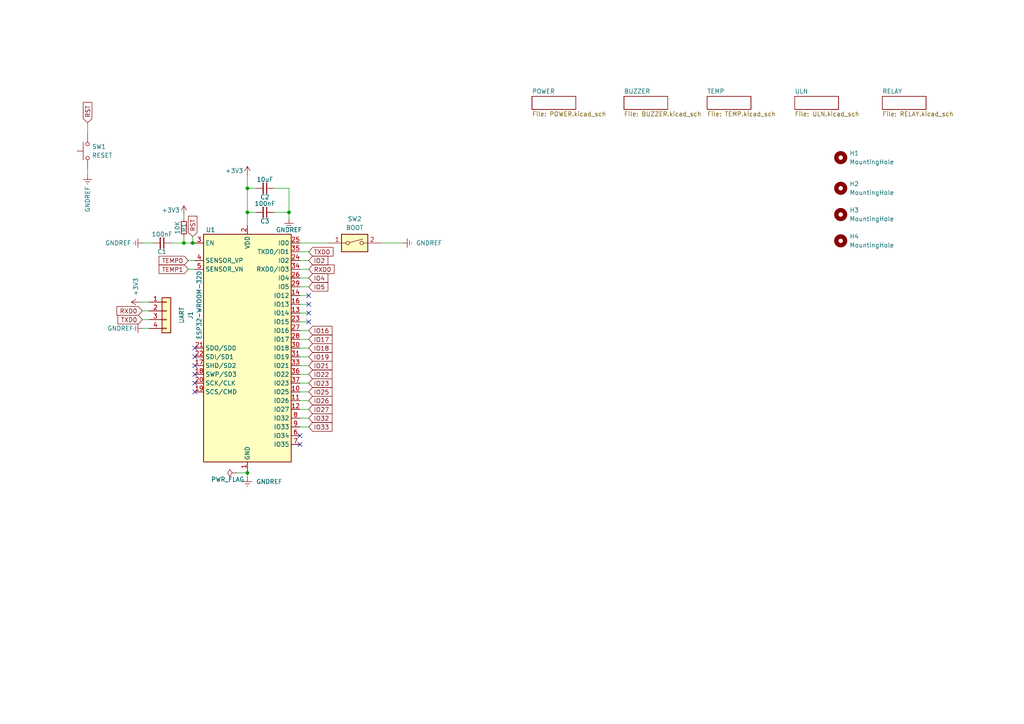
<source format=kicad_sch>
(kicad_sch (version 20230121) (generator eeschema)
  (paper "A4")
  (lib_symbols
    (symbol "Connector_Generic:Conn_01x04" (pin_names (offset 1.016) hide)
      (property "Reference" "J" (at 0 5.08 0))
      (property "Value" "Conn_01x04" (at 0 -7.62 0))
      (symbol "Conn_01x04_1_1"
        (rectangle (start -1.27 -4.953) (end 0 -5.207) (stroke (width 0.1524)))
        (rectangle (start -1.27 -2.413) (end 0 -2.667) (stroke (width 0.1524)))
        (rectangle (start -1.27 0.127) (end 0 -0.127) (stroke (width 0.1524)))
        (rectangle (start -1.27 2.667) (end 0 2.413) (stroke (width 0.1524)))
        (rectangle (start -1.27 3.81) (end 1.27 -6.35) (stroke (width 0.254)) (fill (type background)))
        (pin passive line (at -5.08 2.54 0) (length 3.81) (name "Pin_1") (number "1"))
        (pin passive line (at -5.08 0 0) (length 3.81) (name "Pin_2") (number "2"))
        (pin passive line (at -5.08 -2.54 0) (length 3.81) (name "Pin_3") (number "3"))
        (pin passive line (at -5.08 -5.08 0) (length 3.81) (name "Pin_4") (number "4"))
      )
    )
    (symbol "Device:C_Small" (pin_numbers hide) (pin_names (offset 0.254) hide)
      (property "Reference" "C" (at 0.254 1.778 0))
      (property "Value" "C_Small" (at 0.254 -2.032 0))
      (symbol "C_Small_0_1"
        (polyline (pts (xy -1.524 -0.508) (xy 1.524 -0.508)) (stroke (width 0.3302)))
        (polyline (pts (xy -1.524 0.508) (xy 1.524 0.508)) (stroke (width 0.3048)))
      )
      (symbol "C_Small_1_1"
        (pin passive line (at 0 2.54 270) (length 2.032) (name "~") (number "1"))
        (pin passive line (at 0 -2.54 90) (length 2.032) (name "~") (number "2"))
      )
    )
    (symbol "Device:R_Small" (pin_numbers hide) (pin_names (offset 0.254) hide)
      (property "Reference" "R" (at 0.762 0.508 0))
      (property "Value" "R_Small" (at 0.762 -1.016 0))
      (symbol "R_Small_0_1"
        (rectangle (start -0.762 1.778) (end 0.762 -1.778) (stroke (width 0.2032)))
      )
      (symbol "R_Small_1_1"
        (pin passive line (at 0 2.54 270) (length 0.762) (name "~") (number "1"))
        (pin passive line (at 0 -2.54 90) (length 0.762) (name "~") (number "2"))
      )
    )
    (symbol "Mechanical:MountingHole" (pin_names (offset 1.016))
      (property "Reference" "H" (at 0 5.08 0))
      (property "Value" "MountingHole" (at 0 3.175 0))
      (symbol "MountingHole_0_1"
        (circle (center 0 0) (radius 1.27) (stroke (width 1.27)))
      )
    )
    (symbol "RF_Module:ESP32-WROOM-32D"
      (property "Reference" "U" (at -12.7 34.29 0))
      (property "Value" "ESP32-WROOM-32D" (at 1.27 34.29 0))
      (symbol "ESP32-WROOM-32D_0_1"
        (rectangle (start -12.7 33.02) (end 12.7 -33.02) (stroke (width 0.254)) (fill (type background)))
      )
      (symbol "ESP32-WROOM-32D_1_1"
        (pin power_in line (at 0 -35.56 90) (length 2.54) (name "GND") (number "1"))
        (pin bidirectional line (at 15.24 -12.7 180) (length 2.54) (name "IO25") (number "10"))
        (pin bidirectional line (at 15.24 -15.24 180) (length 2.54) (name "IO26") (number "11"))
        (pin bidirectional line (at 15.24 -17.78 180) (length 2.54) (name "IO27") (number "12"))
        (pin bidirectional line (at 15.24 10.16 180) (length 2.54) (name "IO14") (number "13"))
        (pin bidirectional line (at 15.24 15.24 180) (length 2.54) (name "IO12") (number "14"))
        (pin passive line (at 0 -35.56 90) (length 2.54) hide (name "GND") (number "15"))
        (pin bidirectional line (at 15.24 12.7 180) (length 2.54) (name "IO13") (number "16"))
        (pin bidirectional line (at -15.24 -5.08 0) (length 2.54) (name "SHD/SD2") (number "17"))
        (pin bidirectional line (at -15.24 -7.62 0) (length 2.54) (name "SWP/SD3") (number "18"))
        (pin bidirectional line (at -15.24 -12.7 0) (length 2.54) (name "SCS/CMD") (number "19"))
        (pin power_in line (at 0 35.56 270) (length 2.54) (name "VDD") (number "2"))
        (pin bidirectional line (at -15.24 -10.16 0) (length 2.54) (name "SCK/CLK") (number "20"))
        (pin bidirectional line (at -15.24 0 0) (length 2.54) (name "SDO/SD0") (number "21"))
        (pin bidirectional line (at -15.24 -2.54 0) (length 2.54) (name "SDI/SD1") (number "22"))
        (pin bidirectional line (at 15.24 7.62 180) (length 2.54) (name "IO15") (number "23"))
        (pin bidirectional line (at 15.24 25.4 180) (length 2.54) (name "IO2") (number "24"))
        (pin bidirectional line (at 15.24 30.48 180) (length 2.54) (name "IO0") (number "25"))
        (pin bidirectional line (at 15.24 20.32 180) (length 2.54) (name "IO4") (number "26"))
        (pin bidirectional line (at 15.24 5.08 180) (length 2.54) (name "IO16") (number "27"))
        (pin bidirectional line (at 15.24 2.54 180) (length 2.54) (name "IO17") (number "28"))
        (pin bidirectional line (at 15.24 17.78 180) (length 2.54) (name "IO5") (number "29"))
        (pin input line (at -15.24 30.48 0) (length 2.54) (name "EN") (number "3"))
        (pin bidirectional line (at 15.24 0 180) (length 2.54) (name "IO18") (number "30"))
        (pin bidirectional line (at 15.24 -2.54 180) (length 2.54) (name "IO19") (number "31"))
        (pin no_connect line (at -12.7 -27.94 0) (length 2.54) hide (name "NC") (number "32"))
        (pin bidirectional line (at 15.24 -5.08 180) (length 2.54) (name "IO21") (number "33"))
        (pin bidirectional line (at 15.24 22.86 180) (length 2.54) (name "RXD0/IO3") (number "34"))
        (pin bidirectional line (at 15.24 27.94 180) (length 2.54) (name "TXD0/IO1") (number "35"))
        (pin bidirectional line (at 15.24 -7.62 180) (length 2.54) (name "IO22") (number "36"))
        (pin bidirectional line (at 15.24 -10.16 180) (length 2.54) (name "IO23") (number "37"))
        (pin passive line (at 0 -35.56 90) (length 2.54) hide (name "GND") (number "38"))
        (pin passive line (at 0 -35.56 90) (length 2.54) hide (name "GND") (number "39"))
        (pin input line (at -15.24 25.4 0) (length 2.54) (name "SENSOR_VP") (number "4"))
        (pin input line (at -15.24 22.86 0) (length 2.54) (name "SENSOR_VN") (number "5"))
        (pin input line (at 15.24 -25.4 180) (length 2.54) (name "IO34") (number "6"))
        (pin input line (at 15.24 -27.94 180) (length 2.54) (name "IO35") (number "7"))
        (pin bidirectional line (at 15.24 -20.32 180) (length 2.54) (name "IO32") (number "8"))
        (pin bidirectional line (at 15.24 -22.86 180) (length 2.54) (name "IO33") (number "9"))
      )
    )
    (symbol "Switch:SW_DIP_x01" (pin_names (offset 0) hide)
      (property "Reference" "SW" (at 0 3.81 0))
      (property "Value" "SW_DIP_x01" (at 0 -3.81 0))
      (symbol "SW_DIP_x01_0_0"
        (circle (center -2.032 0) (radius 0.508))
        (polyline (pts (xy -1.524 0.127) (xy 2.3622 1.1684)))
        (circle (center 2.032 0) (radius 0.508))
      )
      (symbol "SW_DIP_x01_0_1"
        (rectangle (start -3.81 2.54) (end 3.81 -2.54) (stroke (width 0.254)) (fill (type background)))
      )
      (symbol "SW_DIP_x01_1_1"
        (pin passive line (at -7.62 0 0) (length 5.08) (name "~") (number "1"))
        (pin passive line (at 7.62 0 180) (length 5.08) (name "~") (number "2"))
      )
    )
    (symbol "Switch:SW_Push" (pin_numbers hide) (pin_names (offset 1.016) hide)
      (property "Reference" "SW" (at 1.27 2.54 0))
      (property "Value" "SW_Push" (at 0 -1.524 0))
      (symbol "SW_Push_0_1"
        (circle (center -2.032 0) (radius 0.508))
        (polyline (pts (xy 0 1.27) (xy 0 3.048)))
        (polyline (pts (xy 2.54 1.27) (xy -2.54 1.27)))
        (circle (center 2.032 0) (radius 0.508))
        (pin passive line (at -5.08 0 0) (length 2.54) (name "1") (number "1"))
        (pin passive line (at 5.08 0 180) (length 2.54) (name "2") (number "2"))
      )
    )
    (symbol "power:+3.3V" (power) (pin_names (offset 0))
      (property "Value" "+3.3V" (at 0 3.556 0))
      (symbol "+3.3V_0_1"
        (polyline (pts (xy -0.762 1.27) (xy 0 2.54)))
        (polyline (pts (xy 0 0) (xy 0 2.54)))
        (polyline (pts (xy 0 2.54) (xy 0.762 1.27)))
      )
      (symbol "+3.3V_1_1"
        (pin power_in line (at 0 0 90) (length 0) hide (name "+3V3") (number "1"))
      )
    )
    (symbol "power:GNDREF" (power) (pin_names (offset 0))
      (property "Value" "GNDREF" (at 0 -3.81 0))
      (symbol "GNDREF_0_1"
        (polyline (pts (xy -0.635 -1.905) (xy 0.635 -1.905)))
        (polyline (pts (xy -0.127 -2.54) (xy 0.127 -2.54)))
        (polyline (pts (xy 0 -1.27) (xy 0 0)))
        (polyline (pts (xy 1.27 -1.27) (xy -1.27 -1.27)))
      )
      (symbol "GNDREF_1_1"
        (pin power_in line (at 0 0 270) (length 0) hide (name "GNDREF") (number "1"))
      )
    )
    (symbol "power:PWR_FLAG" (power) (pin_numbers hide) (pin_names (offset 0) hide)
      (property "Value" "PWR_FLAG" (at 0 3.81 0))
      (symbol "PWR_FLAG_0_0"
        (pin power_out line (at 0 0 90) (length 0) (name "pwr") (number "1"))
      )
      (symbol "PWR_FLAG_0_1"
        (polyline (pts (xy 0 0) (xy 0 1.27) (xy -1.016 1.905) (xy 0 2.54) (xy 1.016 1.905) (xy 0 1.27)))
      )
    )
  )
  (junction (at 71.755 137.16))
  (junction (at 83.82 61.595))
  (junction (at 53.34 70.485))
  (junction (at 55.88 70.485))
  (junction (at 71.755 54.61))
  (junction (at 71.755 61.595))
  (no_connect (at 56.515 111.125))
  (no_connect (at 56.515 113.665))
  (no_connect (at 86.995 128.905))
  (no_connect (at 89.535 88.265))
  (no_connect (at 56.515 103.505))
  (no_connect (at 86.995 126.365))
  (no_connect (at 56.515 108.585))
  (no_connect (at 89.535 93.345))
  (no_connect (at 56.515 100.965))
  (no_connect (at 56.515 106.045))
  (no_connect (at 89.535 90.805))
  (no_connect (at 89.535 85.725))
  (wire (pts (xy 43.18 90.17) (xy 41.275 90.17)))
  (wire (pts (xy 86.995 108.585) (xy 89.535 108.585)))
  (wire (pts (xy 86.995 95.885) (xy 89.535 95.885)))
  (wire (pts (xy 25.4 35.56) (xy 25.4 38.735)))
  (wire (pts (xy 86.995 73.025) (xy 89.535 73.025)))
  (wire (pts (xy 86.995 116.205) (xy 89.535 116.205)))
  (wire (pts (xy 86.995 80.645) (xy 89.535 80.645)))
  (wire (pts (xy 86.995 123.825) (xy 89.535 123.825)))
  (wire (pts (xy 55.88 68.58) (xy 55.88 70.485)))
  (wire (pts (xy 71.755 54.61) (xy 71.755 61.595)))
  (wire (pts (xy 71.755 137.16) (xy 71.755 138.43)))
  (wire (pts (xy 49.53 70.485) (xy 53.34 70.485)))
  (wire (pts (xy 79.375 54.61) (xy 83.82 54.61)))
  (wire (pts (xy 54.61 75.565) (xy 56.515 75.565)))
  (wire (pts (xy 86.995 103.505) (xy 89.535 103.505)))
  (wire (pts (xy 43.18 92.71) (xy 41.275 92.71)))
  (wire (pts (xy 71.755 54.61) (xy 74.295 54.61)))
  (wire (pts (xy 83.82 61.595) (xy 83.82 63.5)))
  (wire (pts (xy 86.995 78.105) (xy 89.535 78.105)))
  (wire (pts (xy 71.755 61.595) (xy 71.755 65.405)))
  (wire (pts (xy 86.995 75.565) (xy 89.535 75.565)))
  (wire (pts (xy 110.49 70.485) (xy 116.84 70.485)))
  (wire (pts (xy 86.995 118.745) (xy 89.535 118.745)))
  (wire (pts (xy 56.515 70.485) (xy 55.88 70.485)))
  (wire (pts (xy 83.82 54.61) (xy 83.82 61.595)))
  (wire (pts (xy 86.995 90.805) (xy 89.535 90.805)))
  (wire (pts (xy 71.755 136.525) (xy 71.755 137.16)))
  (wire (pts (xy 43.18 95.25) (xy 41.275 95.25)))
  (wire (pts (xy 86.995 113.665) (xy 89.535 113.665)))
  (wire (pts (xy 43.18 87.63) (xy 40.64 87.63)))
  (wire (pts (xy 86.995 121.285) (xy 89.535 121.285)))
  (wire (pts (xy 86.995 93.345) (xy 89.535 93.345)))
  (wire (pts (xy 86.995 106.045) (xy 89.535 106.045)))
  (wire (pts (xy 71.755 50.8) (xy 71.755 54.61)))
  (wire (pts (xy 68.58 137.16) (xy 71.755 137.16)))
  (wire (pts (xy 71.755 61.595) (xy 74.295 61.595)))
  (wire (pts (xy 86.995 88.265) (xy 89.535 88.265)))
  (wire (pts (xy 41.275 70.485) (xy 44.45 70.485)))
  (wire (pts (xy 54.61 78.105) (xy 56.515 78.105)))
  (wire (pts (xy 83.82 61.595) (xy 79.375 61.595)))
  (wire (pts (xy 86.995 70.485) (xy 95.25 70.485)))
  (wire (pts (xy 53.34 62.23) (xy 53.34 63.5)))
  (wire (pts (xy 25.4 48.895) (xy 25.4 50.8)))
  (wire (pts (xy 53.34 68.58) (xy 53.34 70.485)))
  (wire (pts (xy 86.995 100.965) (xy 89.535 100.965)))
  (wire (pts (xy 86.995 85.725) (xy 89.535 85.725)))
  (wire (pts (xy 86.995 111.125) (xy 89.535 111.125)))
  (wire (pts (xy 86.995 83.185) (xy 89.535 83.185)))
  (wire (pts (xy 86.995 98.425) (xy 89.535 98.425)))
  (wire (pts (xy 55.88 70.485) (xy 53.34 70.485)))
  (global_label "RST" (shape input) (at 55.88 68.58 90) (property "Intersheetrefs" "${INTERSHEET_REFS}" (effects hide)))
  (global_label "TEMP0" (shape input) (at 54.61 75.565 180) (property "Intersheetrefs" "${INTERSHEET_REFS}" (effects hide)))
  (global_label "IO32" (shape input) (at 89.535 121.285 0) (property "Intersheetrefs" "${INTERSHEET_REFS}" (effects hide)))
  (global_label "IO25" (shape input) (at 89.535 113.665 0) (property "Intersheetrefs" "${INTERSHEET_REFS}" (effects hide)))
  (global_label "RST" (shape input) (at 25.4 35.56 90) (property "Intersheetrefs" "${INTERSHEET_REFS}" (effects hide)))
  (global_label "IO18" (shape input) (at 89.535 100.965 0) (property "Intersheetrefs" "${INTERSHEET_REFS}" (effects hide)))
  (global_label "TEMP1" (shape input) (at 54.61 78.105 180) (property "Intersheetrefs" "${INTERSHEET_REFS}" (effects hide)))
  (global_label "IO33" (shape input) (at 89.535 123.825 0) (property "Intersheetrefs" "${INTERSHEET_REFS}" (effects hide)))
  (global_label "TXD0" (shape input) (at 41.275 92.71 180) (property "Intersheetrefs" "${INTERSHEET_REFS}" (effects hide)))
  (global_label "IO26" (shape input) (at 89.535 116.205 0) (property "Intersheetrefs" "${INTERSHEET_REFS}" (effects hide)))
  (global_label "IO21" (shape input) (at 89.535 106.045 0) (property "Intersheetrefs" "${INTERSHEET_REFS}" (effects hide)))
  (global_label "TXD0" (shape input) (at 89.535 73.025 0) (property "Intersheetrefs" "${INTERSHEET_REFS}" (effects hide)))
  (global_label "RXD0" (shape input) (at 89.535 78.105 0) (property "Intersheetrefs" "${INTERSHEET_REFS}" (effects hide)))
  (global_label "IO16" (shape input) (at 89.535 95.885 0) (property "Intersheetrefs" "${INTERSHEET_REFS}" (effects hide)))
  (global_label "IO5" (shape input) (at 89.535 83.185 0) (property "Intersheetrefs" "${INTERSHEET_REFS}" (effects hide)))
  (global_label "IO27" (shape input) (at 89.535 118.745 0) (property "Intersheetrefs" "${INTERSHEET_REFS}" (effects hide)))
  (global_label "IO2" (shape input) (at 89.535 75.565 0) (property "Intersheetrefs" "${INTERSHEET_REFS}" (effects hide)))
  (global_label "RXD0" (shape input) (at 41.275 90.17 180) (property "Intersheetrefs" "${INTERSHEET_REFS}" (effects hide)))
  (global_label "IO22" (shape input) (at 89.535 108.585 0) (property "Intersheetrefs" "${INTERSHEET_REFS}" (effects hide)))
  (global_label "IO23" (shape input) (at 89.535 111.125 0) (property "Intersheetrefs" "${INTERSHEET_REFS}" (effects hide)))
  (global_label "IO4" (shape input) (at 89.535 80.645 0) (property "Intersheetrefs" "${INTERSHEET_REFS}" (effects hide)))
  (global_label "IO19" (shape input) (at 89.535 103.505 0) (property "Intersheetrefs" "${INTERSHEET_REFS}" (effects hide)))
  (global_label "IO17" (shape input) (at 89.535 98.425 0) (property "Intersheetrefs" "${INTERSHEET_REFS}" (effects hide)))
  (symbol (lib_id "RF_Module:ESP32-WROOM-32D") (at 71.755 100.965 0) (unit 1)
    (property "Reference" "U1" (at 59.69 66.675 0) (effects (justify left)))
    (property "Value" "ESP32-WROOM-32D" (at 57.785 98.425 90) (effects (justify left)))
    (property "Footprint" "RF_Module:ESP32-WROOM-32" (effects hide))
    (property "Datasheet" "https://www.espressif.com/sites/default/files/documentation/esp32-wroom-32d_esp32-wroom-32u_datasheet_en.pdf" (effects hide))
  )
  (symbol (lib_id "Mechanical:MountingHole") (at 243.84 62.23 0) (unit 1)
    (property "Reference" "H3" (at 246.38 60.9599 0) (effects (justify left)))
    (property "Value" "MountingHole" (at 246.38 63.4999 0) (effects (justify left)))
    (property "Footprint" "MountingHole:MountingHole_3.2mm_M3_Pad_Via" (effects hide))
  )
  (symbol (lib_id "power:+3.3V") (at 53.34 62.23 0) (unit 1)
    (property "Reference" "#PWR05" (effects hide))
    (property "Value" "+3.3V" (at 49.53 60.96 0))
  )
  (symbol (lib_id "power:GNDREF") (at 116.84 70.485 90) (unit 1)
    (property "Reference" "#PWR09" (effects hide))
    (property "Value" "GNDREF" (at 120.65 70.4849 90) (effects (justify right)))
  )
  (symbol (lib_id "Mechanical:MountingHole") (at 243.84 54.61 0) (unit 1)
    (property "Reference" "H2" (at 246.38 53.3399 0) (effects (justify left)))
    (property "Value" "MountingHole" (at 246.38 55.8799 0) (effects (justify left)))
    (property "Footprint" "MountingHole:MountingHole_3.2mm_M3_Pad_Via" (effects hide))
  )
  (symbol (lib_id "Device:C_Small") (at 76.835 61.595 270) (unit 1)
    (property "Reference" "C3" (at 76.835 64.135 90))
    (property "Value" "100nF" (at 76.835 59.055 90))
    (property "Footprint" "Capacitor_SMD:C_0805_2012Metric" (effects hide))
    (property "LİNK1" "CL21A106KOQNNNE" (effects hide))
  )
  (symbol (lib_id "Connector_Generic:Conn_01x04") (at 48.26 90.17 0) (unit 1)
    (property "Reference" "J1" (at 55.245 91.44 90))
    (property "Value" "UART" (at 52.705 91.44 90))
    (property "Footprint" "Connector_PinHeader_2.54mm:PinHeader_1x04_P2.54mm_Vertical" (effects hide))
  )
  (symbol (lib_id "power:GNDREF") (at 41.275 70.485 270) (unit 1)
    (property "Reference" "#PWR03" (effects hide))
    (property "Value" "GNDREF" (at 30.48 70.485 90) (effects (justify left)))
  )
  (symbol (lib_id "Device:C_Small") (at 76.835 54.61 270) (unit 1)
    (property "Reference" "C2" (at 76.835 57.15 90))
    (property "Value" "10uF" (at 76.835 52.07 90))
    (property "Footprint" "Capacitor_SMD:C_0805_2012Metric" (effects hide))
    (property "LİNK1" "CL21A106KOQNNNE" (effects hide))
  )
  (symbol (lib_id "Mechanical:MountingHole") (at 243.84 69.85 0) (unit 1)
    (property "Reference" "H4" (at 246.38 68.5799 0) (effects (justify left)))
    (property "Value" "MountingHole" (at 246.38 71.1199 0) (effects (justify left)))
    (property "Footprint" "MountingHole:MountingHole_3.2mm_M3_Pad_Via" (effects hide))
  )
  (symbol (lib_id "power:PWR_FLAG") (at 68.58 137.16 90) (unit 1)
    (property "Reference" "#FLG01" (effects hide))
    (property "Value" "PWR_FLAG" (at 66.04 139.065 90))
  )
  (symbol (lib_id "power:GNDREF") (at 71.755 138.43 0) (unit 1)
    (property "Reference" "#PWR07" (effects hide))
    (property "Value" "GNDREF" (at 74.295 139.6999 0) (effects (justify left)))
  )
  (symbol (lib_id "Switch:SW_DIP_x01") (at 102.87 70.485 0) (unit 1)
    (property "Reference" "SW2" (at 102.87 63.5 0))
    (property "Value" "BOOT" (at 102.87 66.04 0))
    (property "Footprint" "Button_Switch_SMD:SW_DIP_SPSTx01_Slide_6.7x4.1mm_W6.73mm_P2.54mm_LowProfile_JPin" (effects hide))
  )
  (symbol (lib_id "power:GNDREF") (at 83.82 63.5 0) (unit 1)
    (property "Reference" "#PWR08" (effects hide))
    (property "Value" "GNDREF" (at 80.01 66.675 0) (effects (justify left)))
  )
  (symbol (lib_id "Device:C_Small") (at 46.99 70.485 270) (unit 1)
    (property "Reference" "C1" (at 46.99 73.025 90))
    (property "Value" "100nF" (at 46.99 67.945 90))
    (property "Footprint" "Capacitor_SMD:C_0805_2012Metric" (effects hide))
    (property "LİNK1" "CL21A106KOQNNNE" (effects hide))
  )
  (symbol (lib_id "Device:R_Small") (at 53.34 66.04 180) (unit 1)
    (property "Reference" "R1" (at 53.34 66.04 90))
    (property "Value" "10K" (at 51.435 66.04 90))
    (property "Footprint" "Resistor_SMD:R_0805_2012Metric" (effects hide))
  )
  (symbol (lib_id "Switch:SW_Push") (at 25.4 43.815 90) (unit 1)
    (property "Reference" "SW1" (at 26.67 42.5449 90) (effects (justify right)))
    (property "Value" "RESET" (at 26.67 45.0849 90) (effects (justify right)))
    (property "Footprint" "Button_Switch_SMD:SW_SPST_CK_RS282G05A3" (effects hide))
    (property "Link" "ALINMAYACAK" (effects hide))
  )
  (symbol (lib_id "power:+3.3V") (at 71.755 50.8 0) (unit 1)
    (property "Reference" "#PWR06" (effects hide))
    (property "Value" "+3.3V" (at 67.945 49.53 0))
  )
  (symbol (lib_id "power:GNDREF") (at 25.4 50.8 0) (unit 1)
    (property "Reference" "#PWR01" (effects hide))
    (property "Value" "GNDREF" (at 25.4 61.595 90) (effects (justify left)))
  )
  (symbol (lib_id "power:GNDREF") (at 41.275 95.25 270) (unit 1)
    (property "Reference" "#PWR04" (effects hide))
    (property "Value" "GNDREF" (at 31.115 95.25 90) (effects (justify left)))
  )
  (symbol (lib_id "Mechanical:MountingHole") (at 243.84 45.72 0) (unit 1)
    (property "Reference" "H1" (at 246.38 44.4499 0) (effects (justify left)))
    (property "Value" "MountingHole" (at 246.38 46.9899 0) (effects (justify left)))
    (property "Footprint" "MountingHole:MountingHole_3.2mm_M3_Pad_Via" (effects hide))
  )
  (symbol (lib_id "power:+3.3V") (at 40.64 87.63 90) (unit 1)
    (property "Reference" "#PWR02" (effects hide))
    (property "Value" "+3.3V" (at 39.37 83.185 0))
  )
  (sheet (at 205.105 27.94) (size 12.7 3.81) (stroke (width 0.1524))
    (property "Sheetname" "TEMP" (at 205.105 27.2284 0) (effects (justify left bottom)))
    (property "Sheetfile" "TEMP.kicad_sch" (at 205.105 32.3346 0) (effects (justify left top)))
  )
  (sheet (at 230.505 27.94) (size 12.7 3.81) (stroke (width 0.1524))
    (property "Sheetname" "ULN" (at 230.505 27.2284 0) (effects (justify left bottom)))
    (property "Sheetfile" "ULN.kicad_sch" (at 230.505 32.3346 0) (effects (justify left top)))
  )
  (sheet (at 255.905 27.94) (size 12.7 3.81) (stroke (width 0.1524))
    (property "Sheetname" "RELAY" (at 255.905 27.2284 0) (effects (justify left bottom)))
    (property "Sheetfile" "RELAY.kicad_sch" (at 255.905 32.3346 0) (effects (justify left top)))
  )
  (sheet (at 154.305 27.94) (size 12.7 3.81) (stroke (width 0.1524))
    (property "Sheetname" "POWER" (at 154.305 27.2284 0) (effects (justify left bottom)))
    (property "Sheetfile" "POWER.kicad_sch" (at 154.305 32.3346 0) (effects (justify left top)))
  )
  (sheet (at 180.975 27.94) (size 12.7 3.81) (stroke (width 0.1524))
    (property "Sheetname" "BUZZER" (at 180.975 27.2284 0) (effects (justify left bottom)))
    (property "Sheetfile" "BUZZER.kicad_sch" (at 180.975 32.3346 0) (effects (justify left top)))
  )
)
</source>
